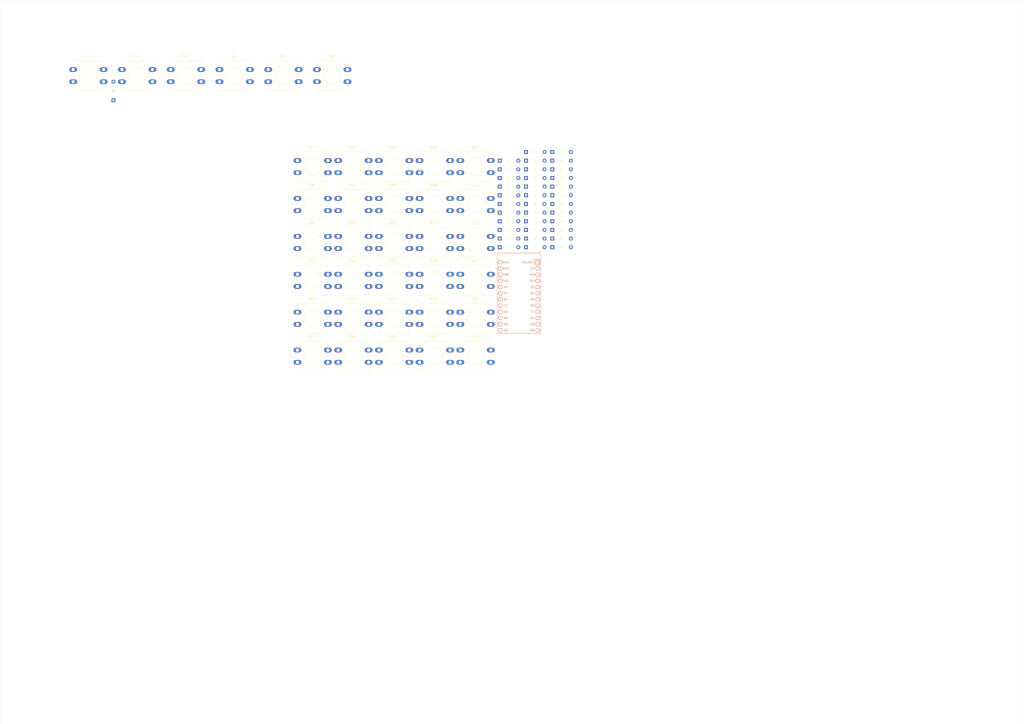
<source format=kicad_pcb>
(kicad_pcb (version 20241229) (generator "pcbnew") (generator_version "9.0")
  (layers (0 "F.Cu" signal) (2 "B.Cu" signal) (13 "F.Paste" user) (15 "B.Paste" user) (5 "F.SilkS" user "F.Silkscreen") (7 "B.SilkS" user "B.Silkscreen") (1 "F.Mask" user) (3 "B.Mask" user) (25 "Edge.Cuts" user))
  (net 0 "")
  (net 1 "Row 0")
  (net 2 "Net-(D1-A)")
  (net 3 "Net-(D2-A)")
  (net 4 "Net-(D3-A)")
  (net 5 "Net-(D4-A)")
  (net 6 "Net-(D5-A)")
  (net 7 "Net-(D6-A)")
  (net 8 "Row 1")
  (net 9 "Net-(D7-A)")
  (net 10 "Net-(D8-A)")
  (net 11 "Net-(D9-A)")
  (net 12 "Net-(D10-A)")
  (net 13 "Net-(D11-A)")
  (net 14 "Net-(D12-A)")
  (net 15 "Row 2")
  (net 16 "Net-(D13-A)")
  (net 17 "Net-(D14-A)")
  (net 18 "Net-(D15-A)")
  (net 19 "Net-(D16-A)")
  (net 20 "Net-(D17-A)")
  (net 21 "Net-(D18-A)")
  (net 22 "Row 3")
  (net 23 "Net-(D19-A)")
  (net 24 "Net-(D20-A)")
  (net 25 "Net-(D21-A)")
  (net 26 "Net-(D22-A)")
  (net 27 "Net-(D23-A)")
  (net 28 "Net-(D24-A)")
  (net 29 "Net-(D25-A)")
  (net 30 "Row 4")
  (net 31 "Net-(D26-A)")
  (net 32 "Net-(D27-A)")
  (net 33 "Net-(D28-A)")
  (net 34 "Net-(D29-A)")
  (net 35 "Net-(D30-A)")
  (net 36 "Net-(D31-A)")
  (net 37 "Row 5")
  (net 38 "Net-(D32-A)")
  (net 39 "Net-(D33-A)")
  (net 40 "Net-(D34-A)")
  (net 41 "Net-(D35-A)")
  (net 42 "Net-(D36-A)")
  (net 43 "Column 0")
  (net 44 "Column 1")
  (net 45 "Column 2")
  (net 46 "Column 3")
  (net 47 "Column 4")
  (net 48 "Column 5")
  (footprint "ScottoKeebs_Components:Diode_DO-35" (layer "F.Cu") (at 319.005 158.875)
    (property "Reference" "D36" (hide yes))
    (property "Value" "Diode" (hide yes))
    (pad "1" thru_hole rect (at 0 0) (size 1.6 1.6) (drill 0.8) (layers "*.Cu" "*.Mask") (net 37 "Row 5"))
    (pad "2" thru_hole oval (at 7.62 0) (size 1.6 1.6) (drill 0.8) (layers "*.Cu" "*.Mask") (net 42 "Net-(D36-A)"))
  )
  (footprint "Button_Switch_THT:SW_PUSH-12mm" (layer "F.Cu") (at 247.89 154.425)
    (property "Reference" "S21" (at 5.83 -5.41 0) (layer "F.SilkS"))
    (property "Value" "Keyswitch")
    (pad "1" thru_hole oval (at 0 0) (size 3.2 1.9) (drill 1.3) (layers "*.Cu" "*.Mask"))
    (pad "1" thru_hole oval (at 12.5 0) (size 3.2 1.9) (drill 1.3) (layers "*.Cu" "*.Mask"))
    (pad "2" thru_hole oval (at 0 5) (size 3.2 1.9) (drill 1.3) (layers "*.Cu" "*.Mask") (net 25 "Net-(D21-A)"))
    (pad "2" thru_hole oval (at 12.5 5) (size 3.2 1.9) (drill 1.3) (layers "*.Cu" "*.Mask") (net 25 "Net-(D21-A)"))
  )
  (footprint "Button_Switch_THT:SW_PUSH-12mm" (layer "F.Cu") (at 264.59 169.975)
    (property "Reference" "S28" (at 5.83 -5.41 0) (layer "F.SilkS"))
    (property "Value" "Keyswitch")
    (pad "1" thru_hole oval (at 0 0) (size 3.2 1.9) (drill 1.3) (layers "*.Cu" "*.Mask") (net 46 "Column 3"))
    (pad "1" thru_hole oval (at 12.5 0) (size 3.2 1.9) (drill 1.3) (layers "*.Cu" "*.Mask") (net 46 "Column 3"))
    (pad "2" thru_hole oval (at 0 5) (size 3.2 1.9) (drill 1.3) (layers "*.Cu" "*.Mask") (net 33 "Net-(D28-A)"))
    (pad "2" thru_hole oval (at 12.5 5) (size 3.2 1.9) (drill 1.3) (layers "*.Cu" "*.Mask") (net 33 "Net-(D28-A)"))
  )
  (footprint "Button_Switch_THT:SW_PUSH-12mm" (layer "F.Cu") (at 264.59 154.425)
    (property "Reference" "S27" (at 5.83 -5.41 0) (layer "F.SilkS"))
    (property "Value" "Keyswitch")
    (pad "1" thru_hole oval (at 0 0) (size 3.2 1.9) (drill 1.3) (layers "*.Cu" "*.Mask"))
    (pad "1" thru_hole oval (at 12.5 0) (size 3.2 1.9) (drill 1.3) (layers "*.Cu" "*.Mask"))
    (pad "2" thru_hole oval (at 0 5) (size 3.2 1.9) (drill 1.3) (layers "*.Cu" "*.Mask") (net 32 "Net-(D27-A)"))
    (pad "2" thru_hole oval (at 12.5 5) (size 3.2 1.9) (drill 1.3) (layers "*.Cu" "*.Mask") (net 32 "Net-(D27-A)"))
  )
  (footprint "ScottoKeebs_Components:Diode_DO-35" (layer "F.Cu") (at 308.235 144.675)
    (property "Reference" "D20" (hide yes))
    (property "Value" "Diode" (hide yes))
    (pad "1" thru_hole rect (at 0 0) (size 1.6 1.6) (drill 0.8) (layers "*.Cu" "*.Mask") (net 22 "Row 3"))
    (pad "2" thru_hole oval (at 7.62 0) (size 1.6 1.6) (drill 0.8) (layers "*.Cu" "*.Mask") (net 24 "Net-(D20-A)"))
  )
  (footprint "ScottoKeebs_Components:Diode_DO-35" (layer "F.Cu") (at 319.005 119.825)
    (property "Reference" "D25" (hide yes))
    (property "Value" "Diode" (hide yes))
    (pad "1" thru_hole rect (at 0 0) (size 1.6 1.6) (drill 0.8) (layers "*.Cu" "*.Mask") (net 30 "Row 4"))
    (pad "2" thru_hole oval (at 7.62 0) (size 1.6 1.6) (drill 0.8) (layers "*.Cu" "*.Mask") (net 29 "Net-(D25-A)"))
  )
  (footprint "ScottoKeebs_Components:Diode_DO-35" (layer "F.Cu") (at 319.005 151.775)
    (property "Reference" "D34" (hide yes))
    (property "Value" "Diode" (hide yes))
    (pad "1" thru_hole rect (at 0 0) (size 1.6 1.6) (drill 0.8) (layers "*.Cu" "*.Mask") (net 37 "Row 5"))
    (pad "2" thru_hole oval (at 7.62 0) (size 1.6 1.6) (drill 0.8) (layers "*.Cu" "*.Mask") (net 40 "Net-(D34-A)"))
  )
  (footprint "Button_Switch_THT:SW_PUSH-12mm" (layer "F.Cu") (at 281.29 154.425)
    (property "Reference" "S33" (at 5.83 -5.41 0) (layer "F.SilkS"))
    (property "Value" "Keyswitch")
    (pad "1" thru_hole oval (at 0 0) (size 3.2 1.9) (drill 1.3) (layers "*.Cu" "*.Mask"))
    (pad "1" thru_hole oval (at 12.5 0) (size 3.2 1.9) (drill 1.3) (layers "*.Cu" "*.Mask"))
    (pad "2" thru_hole oval (at 0 5) (size 3.2 1.9) (drill 1.3) (layers "*.Cu" "*.Mask") (net 39 "Net-(D33-A)"))
    (pad "2" thru_hole oval (at 12.5 5) (size 3.2 1.9) (drill 1.3) (layers "*.Cu" "*.Mask") (net 39 "Net-(D33-A)"))
  )
  (footprint "Button_Switch_THT:SW_PUSH-12mm" (layer "F.Cu") (at 264.59 201.075)
    (property "Reference" "S30" (at 5.83 -5.41 0) (layer "F.SilkS"))
    (property "Value" "Keyswitch")
    (pad "1" thru_hole oval (at 0 0) (size 3.2 1.9) (drill 1.3) (layers "*.Cu" "*.Mask") (net 48 "Column 5"))
    (pad "1" thru_hole oval (at 12.5 0) (size 3.2 1.9) (drill 1.3) (layers "*.Cu" "*.Mask") (net 48 "Column 5"))
    (pad "2" thru_hole oval (at 0 5) (size 3.2 1.9) (drill 1.3) (layers "*.Cu" "*.Mask") (net 35 "Net-(D30-A)"))
    (pad "2" thru_hole oval (at 12.5 5) (size 3.2 1.9) (drill 1.3) (layers "*.Cu" "*.Mask") (net 35 "Net-(D30-A)"))
  )
  (footprint "ScottoKeebs_Components:Diode_DO-35" (layer "F.Cu") (at 319.005 144.675)
    (property "Reference" "D32" (hide yes))
    (property "Value" "Diode" (hide yes))
    (pad "1" thru_hole rect (at 0 0) (size 1.6 1.6) (drill 0.8) (layers "*.Cu" "*.Mask") (net 37 "Row 5"))
    (pad "2" thru_hole oval (at 7.62 0) (size 1.6 1.6) (drill 0.8) (layers "*.Cu" "*.Mask") (net 38 "Net-(D32-A)"))
  )
  (footprint "ScottoKeebs_Components:Diode_DO-35" (layer "F.Cu") (at 308.235 119.825)
    (property "Reference" "D13" (hide yes))
    (property "Value" "Diode" (hide yes))
    (pad "1" thru_hole rect (at 0 0) (size 1.6 1.6) (drill 0.8) (layers "*.Cu" "*.Mask") (net 15 "Row 2"))
    (pad "2" thru_hole oval (at 7.62 0) (size 1.6 1.6) (drill 0.8) (layers "*.Cu" "*.Mask") (net 16 "Net-(D13-A)"))
  )
  (footprint "ScottoKeebs_Components:Diode_DO-35" (layer "F.Cu") (at 297.465 141.125)
    (property "Reference" "D7" (hide yes))
    (property "Value" "Diode" (hide yes))
    (pad "1" thru_hole rect (at 0 0) (size 1.6 1.6) (drill 0.8) (layers "*.Cu" "*.Mask") (net 8 "Row 1"))
    (pad "2" thru_hole oval (at 7.62 0) (size 1.6 1.6) (drill 0.8) (layers "*.Cu" "*.Mask") (net 9 "Net-(D7-A)"))
  )
  (footprint "ScottoKeebs_Components:Diode_DO-35" (layer "F.Cu") (at 308.235 137.575)
    (property "Reference" "D18" (hide yes))
    (property "Value" "Diode" (hide yes))
    (pad "1" thru_hole rect (at 0 0) (size 1.6 1.6) (drill 0.8) (layers "*.Cu" "*.Mask") (net 15 "Row 2"))
    (pad "2" thru_hole oval (at 7.62 0) (size 1.6 1.6) (drill 0.8) (layers "*.Cu" "*.Mask") (net 21 "Net-(D18-A)"))
  )
  (footprint "ScottoKeebs_Components:Diode_DO-35" (layer "F.Cu") (at 297.465 130.475)
    (property "Reference" "D4" (hide yes))
    (property "Value" "Diode" (hide yes))
    (pad "1" thru_hole rect (at 0 0) (size 1.6 1.6) (drill 0.8) (layers "*.Cu" "*.Mask") (net 1 "Row 0"))
    (pad "2" thru_hole oval (at 7.62 0) (size 1.6 1.6) (drill 0.8) (layers "*.Cu" "*.Mask") (net 5 "Net-(D4-A)"))
  )
  (footprint "ScottoKeebs_Components:Diode_DO-35" (layer "F.Cu") (at 297.465 151.775)
    (property "Reference" "D10" (hide yes))
    (property "Value" "Diode" (hide yes))
    (pad "1" thru_hole rect (at 0 0) (size 1.6 1.6) (drill 0.8) (layers "*.Cu" "*.Mask") (net 8 "Row 1"))
    (pad "2" thru_hole oval (at 7.62 0) (size 1.6 1.6) (drill 0.8) (layers "*.Cu" "*.Mask") (net 12 "Net-(D10-A)"))
  )
  (footprint "Button_Switch_THT:SW_PUSH-12mm" (layer "F.Cu") (at 231.19 169.975)
    (property "Reference" "S16" (at 5.83 -5.41 0) (layer "F.SilkS"))
    (property "Value" "Keyswitch")
    (pad "1" thru_hole oval (at 0 0) (size 3.2 1.9) (drill 1.3) (layers "*.Cu" "*.Mask") (net 46 "Column 3"))
    (pad "1" thru_hole oval (at 12.5 0) (size 3.2 1.9) (drill 1.3) (layers "*.Cu" "*.Mask") (net 46 "Column 3"))
    (pad "2" thru_hole oval (at 0 5) (size 3.2 1.9) (drill 1.3) (layers "*.Cu" "*.Mask") (net 19 "Net-(D16-A)"))
    (pad "2" thru_hole oval (at 12.5 5) (size 3.2 1.9) (drill 1.3) (layers "*.Cu" "*.Mask") (net 19 "Net-(D16-A)"))
  )
  (footprint "ScottoKeebs_Components:Diode_DO-35" (layer "F.Cu") (at 297.465 155.325)
    (property "Reference" "D11" (hide yes))
    (property "Value" "Diode" (hide yes))
    (pad "1" thru_hole rect (at 0 0) (size 1.6 1.6) (drill 0.8) (layers "*.Cu" "*.Mask") (net 8 "Row 1"))
    (pad "2" thru_hole oval (at 7.62 0) (size 1.6 1.6) (drill 0.8) (layers "*.Cu" "*.Mask") (net 13 "Net-(D11-A)"))
  )
  (footprint "Button_Switch_THT:SW_PUSH-12mm" (layer "F.Cu") (at 264.59 123.325)
    (property "Reference" "S25" (at 5.83 -5.41 0) (layer "F.SilkS"))
    (property "Value" "Keyswitch")
    (pad "1" thru_hole oval (at 0 0) (size 3.2 1.9) (drill 1.3) (layers "*.Cu" "*.Mask") (net 43 "Column 0"))
    (pad "1" thru_hole oval (at 12.5 0) (size 3.2 1.9) (drill 1.3) (layers "*.Cu" "*.Mask") (net 43 "Column 0"))
    (pad "2" thru_hole oval (at 0 5) (size 3.2 1.9) (drill 1.3) (layers "*.Cu" "*.Mask") (net 29 "Net-(D25-A)"))
    (pad "2" thru_hole oval (at 12.5 5) (size 3.2 1.9) (drill 1.3) (layers "*.Cu" "*.Mask") (net 29 "Net-(D25-A)"))
  )
  (footprint "ScottoKeebs_Components:Diode_DO-35" (layer "F.Cu") (at 308.235 123.375)
    (property "Reference" "D14" (hide yes))
    (property "Value" "Diode" (hide yes))
    (pad "1" thru_hole rect (at 0 0) (size 1.6 1.6) (drill 0.8) (layers "*.Cu" "*.Mask") (net 15 "Row 2"))
    (pad "2" thru_hole oval (at 7.62 0) (size 1.6 1.6) (drill 0.8) (layers "*.Cu" "*.Mask") (net 17 "Net-(D14-A)"))
  )
  (footprint "Button_Switch_THT:SW_PUSH-12mm" (layer "F.Cu") (at 264.59 185.525)
    (property "Reference" "S29" (at 5.83 -5.41 0) (layer "F.SilkS"))
    (property "Value" "Keyswitch")
    (pad "1" thru_hole oval (at 0 0) (size 3.2 1.9) (drill 1.3) (layers "*.Cu" "*.Mask") (net 47 "Column 4"))
    (pad "1" thru_hole oval (at 12.5 0) (size 3.2 1.9) (drill 1.3) (layers "*.Cu" "*.Mask") (net 47 "Column 4"))
    (pad "2" thru_hole oval (at 0 5) (size 3.2 1.9) (drill 1.3) (layers "*.Cu" "*.Mask") (net 34 "Net-(D29-A)"))
    (pad "2" thru_hole oval (at 12.5 5) (size 3.2 1.9) (drill 1.3) (layers "*.Cu" "*.Mask") (net 34 "Net-(D29-A)"))
  )
  (footprint "Button_Switch_THT:SW_PUSH-12mm" (layer "F.Cu") (at 247.89 123.325)
    (property "Reference" "S19" (at 5.83 -5.41 0) (layer "F.SilkS"))
    (property "Value" "Keyswitch")
    (pad "1" thru_hole oval (at 0 0) (size 3.2 1.9) (drill 1.3) (layers "*.Cu" "*.Mask") (net 43 "Column 0"))
    (pad "1" thru_hole oval (at 12.5 0) (size 3.2 1.9) (drill 1.3) (layers "*.Cu" "*.Mask") (net 43 "Column 0"))
    (pad "2" thru_hole oval (at 0 5) (size 3.2 1.9) (drill 1.3) (layers "*.Cu" "*.Mask") (net 23 "Net-(D19-A)"))
    (pad "2" thru_hole oval (at 12.5 5) (size 3.2 1.9) (drill 1.3) (layers "*.Cu" "*.Mask") (net 23 "Net-(D19-A)"))
  )
  (footprint "Button_Switch_THT:SW_PUSH-12mm" (layer "F.Cu") (at 281.29 185.525)
    (property "Reference" "S35" (at 5.83 -5.41 0) (layer "F.SilkS"))
    (property "Value" "Keyswitch")
    (pad "1" thru_hole oval (at 0 0) (size 3.2 1.9) (drill 1.3) (layers "*.Cu" "*.Mask") (net 47 "Column 4"))
    (pad "1" thru_hole oval (at 12.5 0) (size 3.2 1.9) (drill 1.3) (layers "*.Cu" "*.Mask") (net 47 "Column 4"))
    (pad "2" thru_hole oval (at 0 5) (size 3.2 1.9) (drill 1.3) (layers "*.Cu" "*.Mask") (net 41 "Net-(D35-A)"))
    (pad "2" thru_hole oval (at 12.5 5) (size 3.2 1.9) (drill 1.3) (layers "*.Cu" "*.Mask") (net 41 "Net-(D35-A)"))
  )
  (footprint "ScottoKeebs_Components:Diode_DO-35" (layer "F.Cu") (at 319.005 137.575)
    (property "Reference" "D30" (hide yes))
    (property "Value" "Diode" (hide yes))
    (pad "1" thru_hole rect (at 0 0) (size 1.6 1.6) (drill 0.8) (layers "*.Cu" "*.Mask") (net 30 "Row 4"))
    (pad "2" thru_hole oval (at 7.62 0) (size 1.6 1.6) (drill 0.8) (layers "*.Cu" "*.Mask") (net 35 "Net-(D30-A)"))
  )
  (footprint "Button_Switch_THT:SW_PUSH-12mm" (layer "F.Cu") (at 202.5 86)
    (property "Reference" "S5" (at 5.83 -5.41 0) (layer "F.SilkS"))
    (property "Value" "Keyswitch")
    (pad "1" thru_hole oval (at 0 0) (size 3.2 1.9) (drill 1.3) (layers "*.Cu" "*.Mask") (net 47 "Column 4"))
    (pad "1" thru_hole oval (at 12.5 0) (size 3.2 1.9) (drill 1.3) (layers "*.Cu" "*.Mask") (net 47 "Column 4"))
    (pad "2" thru_hole oval (at 0 5) (size 3.2 1.9) (drill 1.3) (layers "*.Cu" "*.Mask") (net 6 "Net-(D5-A)"))
    (pad "2" thru_hole oval (at 12.5 5) (size 3.2 1.9) (drill 1.3) (layers "*.Cu" "*.Mask") (net 6 "Net-(D5-A)"))
  )
  (footprint "Button_Switch_THT:SW_PUSH-12mm" (layer "F.Cu") (at 231.19 185.525)
    (property "Reference" "S17" (at 5.83 -5.41 0) (layer "F.SilkS"))
    (property "Value" "Keyswitch")
    (pad "1" thru_hole oval (at 0 0) (size 3.2 1.9) (drill 1.3) (layers "*.Cu" "*.Mask") (net 47 "Column 4"))
    (pad "1" thru_hole oval (at 12.5 0) (size 3.2 1.9) (drill 1.3) (layers "*.Cu" "*.Mask") (net 47 "Column 4"))
    (pad "2" thru_hole oval (at 0 5) (size 3.2 1.9) (drill 1.3) (layers "*.Cu" "*.Mask") (net 20 "Net-(D17-A)"))
    (pad "2" thru_hole oval (at 12.5 5) (size 3.2 1.9) (drill 1.3) (layers "*.Cu" "*.Mask") (net 20 "Net-(D17-A)"))
  )
  (footprint "ScottoKeebs_Components:Diode_DO-35" (layer "F.Cu") (at 308.235 130.475)
    (property "Reference" "D16" (hide yes))
    (property "Value" "Diode" (hide yes))
    (pad "1" thru_hole rect (at 0 0) (size 1.6 1.6) (drill 0.8) (layers "*.Cu" "*.Mask") (net 15 "Row 2"))
    (pad "2" thru_hole oval (at 7.62 0) (size 1.6 1.6) (drill 0.8) (layers "*.Cu" "*.Mask") (net 19 "Net-(D16-A)"))
  )
  (footprint "Button_Switch_THT:SW_PUSH-12mm" (layer "F.Cu") (at 231.19 138.875)
    (property "Reference" "S14" (at 5.83 -5.41 0) (layer "F.SilkS"))
    (property "Value" "Keyswitch")
    (pad "1" thru_hole oval (at 0 0) (size 3.2 1.9) (drill 1.3) (layers "*.Cu" "*.Mask") (net 44 "Column 1"))
    (pad "1" thru_hole oval (at 12.5 0) (size 3.2 1.9) (drill 1.3) (layers "*.Cu" "*.Mask") (net 44 "Column 1"))
    (pad "2" thru_hole oval (at 0 5) (size 3.2 1.9) (drill 1.3) (layers "*.Cu" "*.Mask") (net 17 "Net-(D14-A)"))
    (pad "2" thru_hole oval (at 12.5 5) (size 3.2 1.9) (drill 1.3) (layers "*.Cu" "*.Mask") (net 17 "Net-(D14-A)"))
  )
  (footprint "ScottoKeebs_Components:Diode_DO-35" (layer "F.Cu") (at 308.235 155.325)
    (property "Reference" "D23" (hide yes))
    (property "Value" "Diode" (hide yes))
    (pad "1" thru_hole rect (at 0 0) (size 1.6 1.6) (drill 0.8) (layers "*.Cu" "*.Mask") (net 22 "Row 3"))
    (pad "2" thru_hole oval (at 7.62 0) (size 1.6 1.6) (drill 0.8) (layers "*.Cu" "*.Mask") (net 27 "Net-(D23-A)"))
  )
  (footprint "ScottoKeebs_Components:Diode_DO-35" (layer "F.Cu") (at 297.465 148.225)
    (property "Reference" "D9" (hide yes))
    (property "Value" "Diode" (hide yes))
    (pad "1" thru_hole rect (at 0 0) (size 1.6 1.6) (drill 0.8) (layers "*.Cu" "*.Mask") (net 8 "Row 1"))
    (pad "2" thru_hole oval (at 7.62 0) (size 1.6 1.6) (drill 0.8) (layers "*.Cu" "*.Mask") (net 11 "Net-(D9-A)"))
  )
  (footprint "ScottoKeebs_Components:Diode_DO-35" (layer "F.Cu") (at 297.465 134.025)
    (property "Reference" "D5" (hide yes))
    (property "Value" "Diode" (hide yes))
    (pad "1" thru_hole rect (at 0 0) (size 1.6 1.6) (drill 0.8) (layers "*.Cu" "*.Mask") (net 1 "Row 0"))
    (pad "2" thru_hole oval (at 7.62 0) (size 1.6 1.6) (drill 0.8) (layers "*.Cu" "*.Mask") (net 6 "Net-(D5-A)"))
  )
  (footprint "Button_Switch_THT:SW_PUSH-12mm" (layer "F.Cu") (at 162.5 86)
    (property "Reference" "S3" (at 5.83 -5.41 0) (layer "F.SilkS"))
    (property "Value" "Keyswitch")
    (pad "1" thru_hole oval (at 0 0) (size 3.2 1.9) (drill 1.3) (layers "*.Cu" "*.Mask") (net 45 "Column 2"))
    (pad "1" thru_hole oval (at 12.5 0) (size 3.2 1.9) (drill 1.3) (layers "*.Cu" "*.Mask") (net 45 "Column 2"))
    (pad "2" thru_hole oval (at 0 5) (size 3.2 1.9) (drill 1.3) (layers "*.Cu" "*.Mask") (net 4 "Net-(D3-A)"))
    (pad "2" thru_hole oval (at 12.5 5) (size 3.2 1.9) (drill 1.3) (layers "*.Cu" "*.Mask") (net 4 "Net-(D3-A)"))
  )
  (footprint "Button_Switch_THT:SW_PUSH-12mm" (layer "F.Cu") (at 222.5 86)
    (property "Reference" "S6" (at 5.83 -5.41 0) (layer "F.SilkS"))
    (property "Value" "Keyswitch")
    (pad "1" thru_hole oval (at 0 0) (size 3.2 1.9) (drill 1.3) (layers "*.Cu" "*.Mask") (net 48 "Column 5"))
    (pad "1" thru_hole oval (at 12.5 0) (size 3.2 1.9) (drill 1.3) (layers "*.Cu" "*.Mask") (net 48 "Column 5"))
    (pad "2" thru_hole oval (at 0 5) (size 3.2 1.9) (drill 1.3) (layers "*.Cu" "*.Mask") (net 7 "Net-(D6-A)"))
    (pad "2" thru_hole oval (at 12.5 5) (size 3.2 1.9) (drill 1.3) (layers "*.Cu" "*.Mask") (net 7 "Net-(D6-A)"))
  )
  (footprint "Button_Switch_THT:SW_PUSH-12mm" (layer "F.Cu") (at 214.49 138.875)
    (property "Reference" "S8" (at 5.83 -5.41 0) (layer "F.SilkS"))
    (property "Value" "Keyswitch")
    (pad "1" thru_hole oval (at 0 0) (size 3.2 1.9) (drill 1.3) (layers "*.Cu" "*.Mask") (net 44 "Column 1"))
    (pad "1" thru_hole oval (at 12.5 0) (size 3.2 1.9) (drill 1.3) (layers "*.Cu" "*.Mask") (net 44 "Column 1"))
    (pad "2" thru_hole oval (at 0 5) (size 3.2 1.9) (drill 1.3) (layers "*.Cu" "*.Mask") (net 10 "Net-(D8-A)"))
    (pad "2" thru_hole oval (at 12.5 5) (size 3.2 1.9) (drill 1.3) (layers "*.Cu" "*.Mask") (net 10 "Net-(D8-A)"))
  )
  (footprint "ScottoKeebs_Components:Diode_DO-35" (layer "F.Cu") (at 319.005 141.125)
    (property "Reference" "D31" (hide yes))
    (property "Value" "Diode" (hide yes))
    (pad "1" thru_hole rect (at 0 0) (size 1.6 1.6) (drill 0.8) (layers "*.Cu" "*.Mask") (net 37 "Row 5"))
    (pad "2" thru_hole oval (at 7.62 0) (size 1.6 1.6) (drill 0.8) (layers "*.Cu" "*.Mask") (net 36 "Net-(D31-A)"))
  )
  (footprint "Button_Switch_THT:SW_PUSH-12mm" (layer "F.Cu") (at 142.5 86)
    (property "Reference" "S2" (at 5.83 -5.41 0) (layer "F.SilkS"))
    (property "Value" "Keyswitch")
    (pad "1" thru_hole oval (at 0 0) (size 3.2 1.9) (drill 1.3) (layers "*.Cu" "*.Mask") (net 44 "Column 1"))
    (pad "1" thru_hole oval (at 12.5 0) (size 3.2 1.9) (drill 1.3) (layers "*.Cu" "*.Mask") (net 44 "Column 1"))
    (pad "2" thru_hole oval (at 0 5) (size 3.2 1.9) (drill 1.3) (layers "*.Cu" "*.Mask") (net 3 "Net-(D2-A)"))
    (pad "2" thru_hole oval (at 12.5 5) (size 3.2 1.9) (drill 1.3) (layers "*.Cu" "*.Mask") (net 3 "Net-(D2-A)"))
  )
  (footprint "Button_Switch_THT:SW_PUSH-12mm" (layer "F.Cu") (at 281.29 138.875)
    (property "Reference" "S32" (at 5.83 -5.41 0) (layer "F.SilkS"))
    (property "Value" "Keyswitch")
    (pad "1" thru_hole oval (at 0 0) (size 3.2 1.9) (drill 1.3) (layers "*.Cu" "*.Mask") (net 44 "Column 1"))
    (pad "1" thru_hole oval (at 12.5 0) (size 3.2 1.9) (drill 1.3) (layers "*.Cu" "*.Mask") (net 44 "Column 1"))
    (pad "2" thru_hole oval (at 0 5) (size 3.2 1.9) (drill 1.3) (layers "*.Cu" "*.Mask") (net 38 "Net-(D32-A)"))
    (pad "2" thru_hole oval (at 12.5 5) (size 3.2 1.9) (drill 1.3) (layers "*.Cu" "*.Mask") (net 38 "Net-(D32-A)"))
  )
  (footprint "ScottoKeebs_Components:Diode_DO-35" (layer "F.Cu") (at 308.235 158.875)
    (property "Reference" "D24" (hide yes))
    (property "Value" "Diode" (hide yes))
    (pad "1" thru_hole rect (at 0 0) (size 1.6 1.6) (drill 0.8) (layers "*.Cu" "*.Mask") (net 22 "Row 3"))
    (pad "2" thru_hole oval (at 7.62 0) (size 1.6 1.6) (drill 0.8) (layers "*.Cu" "*.Mask") (net 28 "Net-(D24-A)"))
  )
  (footprint "Button_Switch_THT:SW_PUSH-12mm" (layer "F.Cu") (at 247.89 138.875)
    (property "Reference" "S20" (at 5.83 -5.41 0) (layer "F.SilkS"))
    (property "Value" "Keyswitch")
    (pad "1" thru_hole oval (at 0 0) (size 3.2 1.9) (drill 1.3) (layers "*.Cu" "*.Mask") (net 44 "Column 1"))
    (pad "1" thru_hole oval (at 12.5 0) (size 3.2 1.9) (drill 1.3) (layers "*.Cu" "*.Mask") (net 44 "Column 1"))
    (pad "2" thru_hole oval (at 0 5) (size 3.2 1.9) (drill 1.3) (layers "*.Cu" "*.Mask") (net 24 "Net-(D20-A)"))
    (pad "2" thru_hole oval (at 12.5 5) (size 3.2 1.9) (drill 1.3) (layers "*.Cu" "*.Mask") (net 24 "Net-(D20-A)"))
  )
  (footprint "ScottoKeebs_Components:Diode_DO-35" (layer "F.Cu") (at 297.465 137.575)
    (property "Reference" "D6" (hide yes))
    (property "Value" "Diode" (hide yes))
    (pad "1" thru_hole rect (at 0 0) (size 1.6 1.6) (drill 0.8) (layers "*.Cu" "*.Mask") (net 1 "Row 0"))
    (pad "2" thru_hole oval (at 7.62 0) (size 1.6 1.6) (drill 0.8) (layers "*.Cu" "*.Mask") (net 7 "Net-(D6-A)"))
  )
  (footprint "Button_Switch_THT:SW_PUSH-12mm" (layer "F.Cu") (at 231.19 154.425)
    (property "Reference" "S15" (at 5.83 -5.41 0) (layer "F.SilkS"))
    (property "Value" "Keyswitch")
    (pad "1" thru_hole oval (at 0 0) (size 3.2 1.9) (drill 1.3) (layers "*.Cu" "*.Mask"))
    (pad "1" thru_hole oval (at 12.5 0) (size 3.2 1.9) (drill 1.3) (layers "*.Cu" "*.Mask"))
    (pad "2" thru_hole oval (at 0 5) (size 3.2 1.9) (drill 1.3) (layers "*.Cu" "*.Mask") (net 18 "Net-(D15-A)"))
    (pad "2" thru_hole oval (at 12.5 5) (size 3.2 1.9) (drill 1.3) (layers "*.Cu" "*.Mask") (net 18 "Net-(D15-A)"))
  )
  (footprint "ScottoKeebs_Components:Diode_DO-35" (layer "F.Cu") (at 308.235 141.125)
    (property "Reference" "D19" (hide yes))
    (property "Value" "Diode" (hide yes))
    (pad "1" thru_hole rect (at 0 0) (size 1.6 1.6) (drill 0.8) (layers "*.Cu" "*.Mask") (net 22 "Row 3"))
    (pad "2" thru_hole oval (at 7.62 0) (size 1.6 1.6) (drill 0.8) (layers "*.Cu" "*.Mask") (net 23 "Net-(D19-A)"))
  )
  (footprint "Button_Switch_THT:SW_PUSH-12mm" (layer "F.Cu") (at 214.49 123.325)
    (property "Reference" "S7" (at 5.83 -5.41 0) (layer "F.SilkS"))
    (property "Value" "Keyswitch")
    (pad "1" thru_hole oval (at 0 0) (size 3.2 1.9) (drill 1.3) (layers "*.Cu" "*.Mask") (net 43 "Column 0"))
    (pad "1" thru_hole oval (at 12.5 0) (size 3.2 1.9) (drill 1.3) (layers "*.Cu" "*.Mask") (net 43 "Column 0"))
    (pad "2" thru_hole oval (at 0 5) (size 3.2 1.9) (drill 1.3) (layers "*.Cu" "*.Mask") (net 9 "Net-(D7-A)"))
    (pad "2" thru_hole oval (at 12.5 5) (size 3.2 1.9) (drill 1.3) (layers "*.Cu" "*.Mask") (net 9 "Net-(D7-A)"))
  )
  (footprint "ScottoKeebs_Components:Diode_DO-35" (layer "F.Cu") (at 319.005 148.225)
    (property "Reference" "D33" (hide yes))
    (property "Value" "Diode" (hide yes))
    (pad "1" thru_hole rect (at 0 0) (size 1.6 1.6) (drill 0.8) (layers "*.Cu" "*.Mask") (net 37 "Row 5"))
    (pad "2" thru_hole oval (at 7.62 0) (size 1.6 1.6) (drill 0.8) (layers "*.Cu" "*.Mask") (net 39 "Net-(D33-A)"))
  )
  (footprint "ScottoKeebs_Components:Diode_DO-35" (layer "F.Cu") (at 319.005 155.325)
    (property "Reference" "D35" (hide yes))
    (property "Value" "Diode" (hide yes))
    (pad "1" thru_hole rect (at 0 0) (size 1.6 1.6) (drill 0.8) (layers "*.Cu" "*.Mask") (net 37 "Row 5"))
    (pad "2" thru_hole oval (at 7.62 0) (size 1.6 1.6) (drill 0.8) (layers "*.Cu" "*.Mask") (net 41 "Net-(D35-A)"))
  )
  (footprint "ScottoKeebs_Components:Diode_DO-35" (layer "F.Cu") (at 319.005 130.475)
    (property "Reference" "D28" (hide yes))
    (property "Value" "Diode" (hide yes))
    (pad "1" thru_hole rect (at 0 0) (size 1.6 1.6) (drill 0.8) (layers "*.Cu" "*.Mask") (net 30 "Row 4"))
    (pad "2" thru_hole oval (at 7.62 0) (size 1.6 1.6) (drill 0.8) (layers "*.Cu" "*.Mask") (net 33 "Net-(D28-A)"))
  )
  (footprint "Button_Switch_THT:SW_PUSH-12mm" (layer "F.Cu") (at 122.5 86)
    (property "Reference" "S1" (at 5.83 -5.41 0) (layer "F.SilkS"))
    (property "Value" "Keyswitch")
    (pad "1" thru_hole oval (at 0 0) (size 3.2 1.9) (drill 1.3) (layers "*.Cu" "*.Mask") (net 43 "Column 0"))
    (pad "1" thru_hole oval (at 12.5 0) (size 3.2 1.9) (drill 1.3) (layers "*.Cu" "*.Mask") (net 43 "Column 0"))
    (pad "2" thru_hole oval (at 0 5) (size 3.2 1.9) (drill 1.3) (layers "*.Cu" "*.Mask") (net 2 "Net-(D1-A)"))
    (pad "2" thru_hole oval (at 12.5 5) (size 3.2 1.9) (drill 1.3) (layers "*.Cu" "*.Mask") (net 2 "Net-(D1-A)"))
  )
  (footprint "ScottoKeebs_Components:Diode_DO-35" (layer "F.Cu") (at 297.465 144.675)
    (property "Reference" "D8" (hide yes))
    (property "Value" "Diode" (hide yes))
    (pad "1" thru_hole rect (at 0 0) (size 1.6 1.6) (drill 0.8) (layers "*.Cu" "*.Mask") (net 8 "Row 1"))
    (pad "2" thru_hole oval (at 7.62 0) (size 1.6 1.6) (drill 0.8) (layers "*.Cu" "*.Mask") (net 10 "Net-(D8-A)"))
  )
  (footprint "Button_Switch_THT:SW_PUSH-12mm" (layer "F.Cu") (at 247.89 185.525)
    (property "Reference" "S23" (at 5.83 -5.41 0) (layer "F.SilkS"))
    (property "Value" "Keyswitch")
    (pad "1" thru_hole oval (at 0 0) (size 3.2 1.9) (drill 1.3) (layers "*.Cu" "*.Mask") (net 47 "Column 4"))
    (pad "1" thru_hole oval (at 12.5 0) (size 3.2 1.9) (drill 1.3) (layers "*.Cu" "*.Mask") (net 47 "Column 4"))
    (pad "2" thru_hole oval (at 0 5) (size 3.2 1.9) (drill 1.3) (layers "*.Cu" "*.Mask") (net 27 "Net-(D23-A)"))
    (pad "2" thru_hole oval (at 12.5 5) (size 3.2 1.9) (drill 1.3) (layers "*.Cu" "*.Mask") (net 27 "Net-(D23-A)"))
  )
  (footprint "ScottoKeebs_Components:Diode_DO-35" (layer "F.Cu") (at 308.235 134.025)
    (property "Reference" "D17" (hide yes))
    (property "Value" "Diode" (hide yes))
    (pad "1" thru_hole rect (at 0 0) (size 1.6 1.6) (drill 0.8) (layers "*.Cu" "*.Mask") (net 15 "Row 2"))
    (pad "2" thru_hole oval (at 7.62 0) (size 1.6 1.6) (drill 0.8) (layers "*.Cu" "*.Mask") (net 20 "Net-(D17-A)"))
  )
  (footprint "Button_Switch_THT:SW_PUSH-12mm" (layer "F.Cu") (at 214.49 201.075)
    (property "Reference" "S12" (at 5.83 -5.41 0) (layer "F.SilkS"))
    (property "Value" "Keyswitch")
    (pad "1" thru_hole oval (at 0 0) (size 3.2 1.9) (drill 1.3) (layers "*.Cu" "*.Mask") (net 48 "Column 5"))
    (pad "1" thru_hole oval (at 12.5 0) (size 3.2 1.9) (drill 1.3) (layers "*.Cu" "*.Mask") (net 48 "Column 5"))
    (pad "2" thru_hole oval (at 0 5) (size 3.2 1.9) (drill 1.3) (layers "*.Cu" "*.Mask") (net 14 "Net-(D12-A)"))
    (pad "2" thru_hole oval (at 12.5 5) (size 3.2 1.9) (drill 1.3) (layers "*.Cu" "*.Mask") (net 14 "Net-(D12-A)"))
  )
  (footprint "Button_Switch_THT:SW_PUSH-12mm" (layer "F.Cu") (at 247.89 201.075)
    (property "Reference" "S24" (at 5.83 -5.41 0) (layer "F.SilkS"))
    (property "Value" "Keyswitch")
    (pad "1" thru_hole oval (at 0 0) (size 3.2 1.9) (drill 1.3) (layers "*.Cu" "*.Mask") (net 48 "Column 5"))
    (pad "1" thru_hole oval (at 12.5 0) (size 3.2 1.9) (drill 1.3) (layers "*.Cu" "*.Mask") (net 48 "Column 5"))
    (pad "2" thru_hole oval (at 0 5) (size 3.2 1.9) (drill 1.3) (layers "*.Cu" "*.Mask") (net 28 "Net-(D24-A)"))
    (pad "2" thru_hole oval (at 12.5 5) (size 3.2 1.9) (drill 1.3) (layers "*.Cu" "*.Mask") (net 28 "Net-(D24-A)"))
  )
  (footprint "ScottoKeebs_Components:Diode_DO-35" (layer "F.Cu") (at 319.005 134.025)
    (property "Reference" "D29" (hide yes))
    (property "Value" "Diode" (hide yes))
    (pad "1" thru_hole rect (at 0 0) (size 1.6 1.6) (drill 0.8) (layers "*.Cu" "*.Mask") (net 30 "Row 4"))
    (pad "2" thru_hole oval (at 7.62 0) (size 1.6 1.6) (drill 0.8) (layers "*.Cu" "*.Mask") (net 34 "Net-(D29-A)"))
  )
  (footprint "ScottoKeebs_Components:Diode_DO-35" (layer "F.Cu") (at 308.235 126.925)
    (property "Reference" "D15" (hide yes))
    (property "Value" "Diode" (hide yes))
    (pad "1" thru_hole rect (at 0 0) (size 1.6 1.6) (drill 0.8) (layers "*.Cu" "*.Mask") (net 15 "Row 2"))
    (pad "2" thru_hole oval (at 7.62 0) (size 1.6 1.6) (drill 0.8) (layers "*.Cu" "*.Mask") (net 18 "Net-(D15-A)"))
  )
  (footprint "Button_Switch_THT:SW_PUSH-12mm" (layer "F.Cu") (at 214.49 154.425)
    (property "Reference" "S9" (at 5.83 -5.41 0) (layer "F.SilkS"))
    (property "Value" "Keyswitch")
    (pad "1" thru_hole oval (at 0 0) (size 3.2 1.9) (drill 1.3) (layers "*.Cu" "*.Mask"))
    (pad "1" thru_hole oval (at 12.5 0) (size 3.2 1.9) (drill 1.3) (layers "*.Cu" "*.Mask"))
    (pad "2" thru_hole oval (at 0 5) (size 3.2 1.9) (drill 1.3) (layers "*.Cu" "*.Mask") (net 11 "Net-(D9-A)"))
    (pad "2" thru_hole oval (at 12.5 5) (size 3.2 1.9) (drill 1.3) (layers "*.Cu" "*.Mask") (net 11 "Net-(D9-A)"))
  )
  (footprint "Button_Switch_THT:SW_PUSH-12mm" (layer "F.Cu") (at 214.49 185.525)
    (property "Reference" "S11" (at 5.83 -5.41 0) (layer "F.SilkS"))
    (property "Value" "Keyswitch")
    (pad "1" thru_hole oval (at 0 0) (size 3.2 1.9) (drill 1.3) (layers "*.Cu" "*.Mask") (net 47 "Column 4"))
    (pad "1" thru_hole oval (at 12.5 0) (size 3.2 1.9) (drill 1.3) (layers "*.Cu" "*.Mask") (net 47 "Column 4"))
    (pad "2" thru_hole oval (at 0 5) (size 3.2 1.9) (drill 1.3) (layers "*.Cu" "*.Mask") (net 13 "Net-(D11-A)"))
    (pad "2" thru_hole oval (at 12.5 5) (size 3.2 1.9) (drill 1.3) (layers "*.Cu" "*.Mask") (net 13 "Net-(D11-A)"))
  )
  (footprint "Button_Switch_THT:SW_PUSH-12mm" (layer "F.Cu") (at 214.49 169.975)
    (property "Reference" "S10" (at 5.83 -5.41 0) (layer "F.SilkS"))
    (property "Value" "Keyswitch")
    (pad "1" thru_hole oval (at 0 0) (size 3.2 1.9) (drill 1.3) (layers "*.Cu" "*.Mask") (net 46 "Column 3"))
    (pad "1" thru_hole oval (at 12.5 0) (size 3.2 1.9) (drill 1.3) (layers "*.Cu" "*.Mask") (net 46 "Column 3"))
    (pad "2" thru_hole oval (at 0 5) (size 3.2 1.9) (drill 1.3) (layers "*.Cu" "*.Mask") (net 12 "Net-(D10-A)"))
    (pad "2" thru_hole oval (at 12.5 5) (size 3.2 1.9) (drill 1.3) (layers "*.Cu" "*.Mask") (net 12 "Net-(D10-A)"))
  )
  (footprint "Button_Switch_THT:SW_PUSH-12mm" (layer "F.Cu") (at 182.5 86)
    (property "Reference" "S4" (at 5.83 -5.41 0) (layer "F.SilkS"))
    (property "Value" "Keyswitch")
    (pad "1" thru_hole oval (at 0 0) (size 3.2 1.9) (drill 1.3) (layers "*.Cu" "*.Mask") (net 46 "Column 3"))
    (pad "1" thru_hole oval (at 12.5 0) (size 3.2 1.9) (drill 1.3) (layers "*.Cu" "*.Mask") (net 46 "Column 3"))
    (pad "2" thru_hole oval (at 0 5) (size 3.2 1.9) (drill 1.3) (layers "*.Cu" "*.Mask") (net 5 "Net-(D4-A)"))
    (pad "2" thru_hole oval (at 12.5 5) (size 3.2 1.9) (drill 1.3) (layers "*.Cu" "*.Mask") (net 5 "Net-(D4-A)"))
  )
  (footprint "ScottoKeebs_Components:Diode_DO-35" (layer "F.Cu") (at 297.465 158.875)
    (property "Reference" "D12" (hide yes))
    (property "Value" "Diode" (hide yes))
    (pad "1" thru_hole rect (at 0 0) (size 1.6 1.6) (drill 0.8) (layers "*.Cu" "*.Mask") (net 8 "Row 1"))
    (pad "2" thru_hole oval (at 7.62 0) (size 1.6 1.6) (drill 0.8) (layers "*.Cu" "*.Mask") (net 14 "Net-(D12-A)"))
  )
  (footprint "ScottoKeebs_Components:Diode_DO-35" (layer "F.Cu") (at 319.005 123.375)
    (property "Reference" "D26" (hide yes))
    (property "Value" "Diode" (hide yes))
    (pad "1" thru_hole rect (at 0 0) (size 1.6 1.6) (drill 0.8) (layers "*.Cu" "*.Mask") (net 30 "Row 4"))
    (pad "2" thru_hole oval (at 7.62 0) (size 1.6 1.6) (drill 0.8) (layers "*.Cu" "*.Mask") (net 31 "Net-(D26-A)"))
  )
  (footprint "Button_Switch_THT:SW_PUSH-12mm" (layer "F.Cu") (at 264.59 138.875)
    (property "Reference" "S26" (at 5.83 -5.41 0) (layer "F.SilkS"))
    (property "Value" "Keyswitch")
    (pad "1" thru_hole oval (at 0 0) (size 3.2 1.9) (drill 1.3) (layers "*.Cu" "*.Mask") (net 44 "Column 1"))
    (pad "1" thru_hole oval (at 12.5 0) (size 3.2 1.9) (drill 1.3) (layers "*.Cu" "*.Mask") (net 44 "Column 1"))
    (pad "2" thru_hole oval (at 0 5) (size 3.2 1.9) (drill 1.3) (layers "*.Cu" "*.Mask") (net 31 "Net-(D26-A)"))
    (pad "2" thru_hole oval (at 12.5 5) (size 3.2 1.9) (drill 1.3) (layers "*.Cu" "*.Mask") (net 31 "Net-(D26-A)"))
  )
  (footprint "ScottoKeebs_Components:Diode_DO-35" (layer "F.Cu") (at 308.235 151.775)
    (property "Reference" "D22" (hide yes))
    (property "Value" "Diode" (hide yes))
    (pad "1" thru_hole rect (at 0 0) (size 1.6 1.6) (drill 0.8) (layers "*.Cu" "*.Mask") (net 22 "Row 3"))
    (pad "2" thru_hole oval (at 7.62 0) (size 1.6 1.6) (drill 0.8) (layers "*.Cu" "*.Mask") (net 26 "Net-(D22-A)"))
  )
  (footprint "ScottoKeebs_Components:Diode_DO-35" (layer "F.Cu") (at 297.465 123.375)
    (property "Reference" "D2" (hide yes))
    (property "Value" "Diode" (hide yes))
    (pad "1" thru_hole rect (at 0 0) (size 1.6 1.6) (drill 0.8) (layers "*.Cu" "*.Mask") (net 1 "Row 0"))
    (pad "2" thru_hole oval (at 7.62 0) (size 1.6 1.6) (drill 0.8) (layers "*.Cu" "*.Mask") (net 3 "Net-(D2-A)"))
  )
  (footprint "Button_Switch_THT:SW_PUSH-12mm" (layer "F.Cu") (at 247.89 169.975)
    (property "Reference" "S22" (at 5.83 -5.41 0) (layer "F.SilkS"))
    (property "Value" "Keyswitch")
    (pad "1" thru_hole oval (at 0 0) (size 3.2 1.9) (drill 1.3) (layers "*.Cu" "*.Mask") (net 46 "Column 3"))
    (pad "1" thru_hole oval (at 12.5 0) (size 3.2 1.9) (drill 1.3) (layers "*.Cu" "*.Mask") (net 46 "Column 3"))
    (pad "2" thru_hole oval (at 0 5) (size 3.2 1.9) (drill 1.3) (layers "*.Cu" "*.Mask") (net 26 "Net-(D22-A)"))
    (pad "2" thru_hole oval (at 12.5 5) (size 3.2 1.9) (drill 1.3) (layers "*.Cu" "*.Mask") (net 26 "Net-(D22-A)"))
  )
  (footprint "ScottoKeebs_Components:Diode_DO-35" (layer "F.Cu") (at 308.235 148.225)
    (property "Reference" "D21" (hide yes))
    (property "Value" "Diode" (hide yes))
    (pad "1" thru_hole rect (at 0 0) (size 1.6 1.6) (drill 0.8) (layers "*.Cu" "*.Mask") (net 22 "Row 3"))
    (pad "2" thru_hole oval (at 7.62 0) (size 1.6 1.6) (drill 0.8) (layers "*.Cu" "*.Mask") (net 25 "Net-(D21-A)"))
  )
  (footprint "Button_Switch_THT:SW_PUSH-12mm" (layer "F.Cu") (at 281.29 169.975)
    (property "Reference" "S34" (at 5.83 -5.41 0) (layer "F.SilkS"))
    (property "Value" "Keyswitch")
    (pad "1" thru_hole oval (at 0 0) (size 3.2 1.9) (drill 1.3) (layers "*.Cu" "*.Mask") (net 46 "Column 3"))
    (pad "1" thru_hole oval (at 12.5 0) (size 3.2 1.9) (drill 1.3) (layers "*.Cu" "*.Mask") (net 46 "Column 3"))
    (pad "2" thru_hole oval (at 0 5) (size 3.2 1.9) (drill 1.3) (layers "*.Cu" "*.Mask") (net 40 "Net-(D34-A)"))
    (pad "2" thru_hole oval (at 12.5 5) (size 3.2 1.9) (drill 1.3) (layers "*.Cu" "*.Mask") (net 40 "Net-(D34-A)"))
  )
  (footprint "Button_Switch_THT:SW_PUSH-12mm" (layer "F.Cu") (at 231.19 123.325)
    (property "Reference" "S13" (at 5.83 -5.41 0) (layer "F.SilkS"))
    (property "Value" "Keyswitch")
    (pad "1" thru_hole oval (at 0 0) (size 3.2 1.9) (drill 1.3) (layers "*.Cu" "*.Mask") (net 43 "Column 0"))
    (pad "1" thru_hole oval (at 12.5 0) (size 3.2 1.9) (drill 1.3) (layers "*.Cu" "*.Mask") (net 43 "Column 0"))
    (pad "2" thru_hole oval (at 0 5) (size 3.2 1.9) (drill 1.3) (layers "*.Cu" "*.Mask") (net 16 "Net-(D13-A)"))
    (pad "2" thru_hole oval (at 12.5 5) (size 3.2 1.9) (drill 1.3) (layers "*.Cu" "*.Mask") (net 16 "Net-(D13-A)"))
  )
  (footprint "Button_Switch_THT:SW_PUSH-12mm" (layer "F.Cu") (at 231.19 201.075)
    (property "Reference" "S18" (at 5.83 -5.41 0) (layer "F.SilkS"))
    (property "Value" "Keyswitch")
    (pad "1" thru_hole oval (at 0 0) (size 3.2 1.9) (drill 1.3) (layers "*.Cu" "*.Mask") (net 48 "Column 5"))
    (pad "1" thru_hole oval (at 12.5 0) (size 3.2 1.9) (drill 1.3) (layers "*.Cu" "*.Mask") (net 48 "Column 5"))
    (pad "2" thru_hole oval (at 0 5) (size 3.2 1.9) (drill 1.3) (layers "*.Cu" "*.Mask") (net 21 "Net-(D18-A)"))
    (pad "2" thru_hole oval (at 12.5 5) (size 3.2 1.9) (drill 1.3) (layers "*.Cu" "*.Mask") (net 21 "Net-(D18-A)"))
  )
  (footprint "ScottoKeebs_Components:Diode_DO-35" (layer "F.Cu") (at 297.465 126.925)
    (property "Reference" "D3" (hide yes))
    (property "Value" "Diode" (hide yes))
    (pad "1" thru_hole rect (at 0 0) (size 1.6 1.6) (drill 0.8) (layers "*.Cu" "*.Mask") (net 1 "Row 0"))
    (pad "2" thru_hole oval (at 7.62 0) (size 1.6 1.6) (drill 0.8) (layers "*.Cu" "*.Mask") (net 4 "Net-(D3-A)"))
  )
  (footprint "Button_Switch_THT:SW_PUSH-12mm" (layer "F.Cu") (at 281.29 123.325)
    (property "Reference" "S31" (at 5.83 -5.41 0) (layer "F.SilkS"))
    (property "Value" "Keyswitch")
    (pad "1" thru_hole oval (at 0 0) (size 3.2 1.9) (drill 1.3) (layers "*.Cu" "*.Mask") (net 43 "Column 0"))
    (pad "1" thru_hole oval (at 12.5 0) (size 3.2 1.9) (drill 1.3) (layers "*.Cu" "*.Mask") (net 43 "Column 0"))
    (pad "2" thru_hole oval (at 0 5) (size 3.2 1.9) (drill 1.3) (layers "*.Cu" "*.Mask") (net 36 "Net-(D31-A)"))
    (pad "2" thru_hole oval (at 12.5 5) (size 3.2 1.9) (drill 1.3) (layers "*.Cu" "*.Mask") (net 36 "Net-(D31-A)"))
  )
  (footprint "ScottoKeebs_Components:Diode_DO-35" (layer "F.Cu") (at 319.005 126.925)
    (property "Reference" "D27" (hide yes))
    (property "Value" "Diode" (hide yes))
    (pad "1" thru_hole rect (at 0 0) (size 1.6 1.6) (drill 0.8) (layers "*.Cu" "*.Mask") (net 30 "Row 4"))
    (pad "2" thru_hole oval (at 7.62 0) (size 1.6 1.6) (drill 0.8) (layers "*.Cu" "*.Mask") (net 32 "Net-(D27-A)"))
  )
  (footprint "Button_Switch_THT:SW_PUSH-12mm" (layer "F.Cu") (at 281.29 201.075)
    (property "Reference" "S36" (at 5.83 -5.41 0) (layer "F.SilkS"))
    (property "Value" "Keyswitch")
    (pad "1" thru_hole oval (at 0 0) (size 3.2 1.9) (drill 1.3) (layers "*.Cu" "*.Mask") (net 48 "Column 5"))
    (pad "1" thru_hole oval (at 12.5 0) (size 3.2 1.9) (drill 1.3) (layers "*.Cu" "*.Mask") (net 48 "Column 5"))
    (pad "2" thru_hole oval (at 0 5) (size 3.2 1.9) (drill 1.3) (layers "*.Cu" "*.Mask") (net 42 "Net-(D36-A)"))
    (pad "2" thru_hole oval (at 12.5 5) (size 3.2 1.9) (drill 1.3) (layers "*.Cu" "*.Mask") (net 42 "Net-(D36-A)"))
  )
  (footprint "ScottoKeebs_Components:Diode_DO-35" (layer "B.Cu") (at 139 98.62 90)
    (property "Reference" "D1" (hide yes))
    (property "Value" "Diode" (hide yes))
    (pad "1" thru_hole rect (at 0 0 90) (size 1.6 1.6) (drill 0.8) (layers "*.Cu" "*.Mask") (net 1 "Row 0"))
    (pad "2" thru_hole oval (at 7.62 0 90) (size 1.6 1.6) (drill 0.8) (layers "*.Cu" "*.Mask") (net 2 "Net-(D1-A)"))
  )
  (footprint "ScottoKeebs_MCU:Arduino_Pro_Micro" (layer "B.Cu") (at 305.38 179.03 180)
    (property "Reference" "U1" (hide yes))
    (property "Value" "Arduino_Pro_Micro" (hide yes))
    (fp_text user "D4" (at -5.461 -1.27 0) (layer "F.SilkS") (effects (font (size 0.8 0.8))))
    (fp_text user "B6" (at 5.461 -13.97 0) (layer "F.SilkS") (effects (font (size 0.8 0.8))))
    (fp_text user "B5" (at -5.461 -13.97 0) (layer "F.SilkS") (effects (font (size 0.8 0.8))))
    (fp_text user "F5" (at 5.461 1.27 0) (layer "F.SilkS") (effects (font (size 0.8 0.8))))
    (fp_text user "B1" (at 5.461 -6.35 0) (layer "F.SilkS") (effects (font (size 0.8 0.8))))
    (fp_text user "B4" (at -5.461 -11.43 0) (layer "F.SilkS") (effects (font (size 0.8 0.8))))
    (fp_text user "F4" (at 5.461 3.81 0) (layer "F.SilkS") (effects (font (size 0.8 0.8))))
    (fp_text user "RAW" (at 5.461 13.97 0) (layer "F.SilkS") (effects (font (size 0.8 0.8))))
    (fp_text user "E6" (at -5.461 -8.89 0) (layer "F.SilkS") (effects (font (size 0.8 0.8))))
    (fp_text user "D0" (at -5.461 1.27 0) (layer "F.SilkS") (effects (font (size 0.8 0.8))))
    (fp_text user "F7" (at 5.461 -3.81 0) (layer "F.SilkS") (effects (font (size 0.8 0.8))))
    (fp_text user "VCC" (at 5.461 6.35 0) (layer "F.SilkS") (effects (font (size 0.8 0.8))))
    (fp_text user "GND" (at -5.461 8.89 0) (layer "F.SilkS") (effects (font (size 0.8 0.8))))
    (fp_text user "D2" (at -5.461 11.43 0) (layer "F.SilkS") (effects (font (size 0.8 0.8))))
    (fp_text user "ST" (at 5.04 8.91 0) (layer "F.SilkS") (effects (font (size 0.8 0.8))))
    (fp_text user "F6" (at 5.461 -1.27 0) (layer "F.SilkS") (effects (font (size 0.8 0.8))))
    (fp_text user "C6" (at -5.461 -3.81 0) (layer "F.SilkS") (effects (font (size 0.8 0.8))))
    (fp_text user "TX0/D3" (at -3.571872 13.97 0) (layer "F.SilkS") (effects (font (size 0.8 0.8))))
    (fp_text user "D1" (at -5.461 3.81 0) (layer "F.SilkS") (effects (font (size 0.8 0.8))))
    (fp_text user "B3" (at 5.461 -8.89 0) (layer "F.SilkS") (effects (font (size 0.8 0.8))))
    (fp_text user "B2" (at 5.461 -11.43 0) (layer "F.SilkS") (effects (font (size 0.8 0.8))))
    (fp_text user "GND" (at 5.461 11.43 0) (layer "F.SilkS") (effects (font (size 0.8 0.8))))
    (fp_text user "C6" (at -5.461 -3.81 0) (layer "B.SilkS") (effects (font (size 0.8 0.8)) (justify mirror)))
    (fp_text user "D0" (at -5.461 1.27 0) (layer "B.SilkS") (effects (font (size 0.8 0.8)) (justify mirror)))
    (fp_text user "D2" (at -5.461 11.43 0) (layer "B.SilkS") (effects (font (size 0.8 0.8)) (justify mirror)))
    (fp_text user "D1" (at -5.461 3.81 0) (layer "B.SilkS") (effects (font (size 0.8 0.8)) (justify mirror)))
    (fp_text user "GND" (at 5.461 11.43 0) (layer "B.SilkS") (effects (font (size 0.8 0.8)) (justify mirror)))
    (fp_text user "B1" (at 5.461 -6.35 0) (layer "B.SilkS") (effects (font (size 0.8 0.8)) (justify mirror)))
    (fp_text user "D7" (at -5.461 -6.35 0) (layer "B.SilkS") (effects (font (size 0.8 0.8)) (justify mirror)))
    (fp_text user "B6" (at 5.461 -13.97 0) (layer "B.SilkS") (effects (font (size 0.8 0.8)) (justify mirror)))
    (fp_text user "B4" (at -5.461 -11.43 0) (layer "B.SilkS") (effects (font (size 0.8 0.8)) (justify mirror)))
    (fp_text user "E6" (at -5.461 -8.89 0) (layer "B.SilkS") (effects (font (size 0.8 0.8)) (justify mirror)))
    (fp_text user "GND" (at -5.461 6.35 0) (layer "B.SilkS") (effects (font (size 0.8 0.8)) (justify mirror)))
    (fp_text user "F5" (at 5.461 1.27 0) (layer "B.SilkS") (effects (font (size 0.8 0.8)) (justify mirror)))
    (fp_text user "VCC" (at 5.461 6.35 0) (layer "B.SilkS") (effects (font (size 0.8 0.8)) (justify mirror)))
    (fp_text user "B3" (at 5.461 -8.89 0) (layer "B.SilkS") (effects (font (size 0.8 0.8)) (justify mirror)))
    (fp_text user "GND" (at -5.461 8.89 0) (layer "B.SilkS") (effects (font (size 0.8 0.8)) (justify mirror)))
    (fp_text user "B2" (at 5.461 -11.43 0) (layer "B.SilkS") (effects (font (size 0.8 0.8)) (justify mirror)))
    (fp_text user "F6" (at 5.461 -1.27 0) (layer "B.SilkS") (effects (font (size 0.8 0.8)) (justify mirror)))
    (fp_text user "D4" (at -5.461 -1.27 0) (layer "B.SilkS") (effects (font (size 0.8 0.8)) (justify mirror)))
    (fp_text user "F4" (at 5.461 3.81 0) (layer "B.SilkS") (effects (font (size 0.8 0.8)) (justify mirror)))
    (fp_text user "F7" (at 5.461 -3.81 0) (layer "B.SilkS") (effects (font (size 0.8 0.8)) (justify mirror)))
    (fp_text user "TX0/D3" (at -3.571872 13.97 0) (layer "B.SilkS") (effects (font (size 0.8 0.8)) (justify mirror)))
    (fp_text user "ST" (at 5.73312 8.92 0) (layer "B.SilkS") (effects (font (size 0.8 0.8)) (justify mirror)))
    (fp_text user "RAW" (at 5.461 13.97 0) (layer "B.SilkS") (effects (font (size 0.8 0.8)) (justify mirror)))
    (fp_text user "B5" (at -5.461 -13.97 0) (layer "B.SilkS") (effects (font (size 0.8 0.8)) (justify mirror)))
    (pad "1" thru_hole rect (at -7.62 13.97 270) (size 1.7526 1.7526) (drill 1.0922) (layers "*.Cu" "*.SilkS" "*.Mask"))
    (pad "2" thru_hole circle (at -7.62 11.43 270) (size 1.7526 1.7526) (drill 1.0922) (layers "*.Cu" "*.SilkS" "*.Mask"))
    (pad "3" thru_hole circle (at -7.62 8.89 270) (size 1.7526 1.7526) (drill 1.0922) (layers "*.Cu" "*.SilkS" "*.Mask"))
    (pad "4" thru_hole circle (at -7.62 6.35 270) (size 1.7526 1.7526) (drill 1.0922) (layers "*.Cu" "*.SilkS" "*.Mask"))
    (pad "5" thru_hole circle (at -7.62 3.81 270) (size 1.7526 1.7526) (drill 1.0922) (layers "*.Cu" "*.SilkS" "*.Mask") (net 1 "Row 0"))
    (pad "6" thru_hole circle (at -7.62 1.27 270) (size 1.7526 1.7526) (drill 1.0922) (layers "*.Cu" "*.SilkS" "*.Mask") (net 8 "Row 1"))
    (pad "7" thru_hole circle (at -7.62 -1.27 270) (size 1.7526 1.7526) (drill 1.0922) (layers "*.Cu" "*.SilkS" "*.Mask") (net 15 "Row 2"))
    (pad "8" thru_hole circle (at -7.62 -3.81 270) (size 1.7526 1.7526) (drill 1.0922) (layers "*.Cu" "*.SilkS" "*.Mask") (net 22 "Row 3"))
    (pad "9" thru_hole circle (at -7.62 -6.35 270) (size 1.7526 1.7526) (drill 1.0922) (layers "*.Cu" "*.SilkS" "*.Mask") (net 30 "Row 4"))
    (pad "10" thru_hole circle (at -7.62 -8.89 270) (size 1.7526 1.7526) (drill 1.0922) (layers "*.Cu" "*.SilkS" "*.Mask") (net 37 "Row 5"))
    (pad "11" thru_hole circle (at -7.62 -11.43 270) (size 1.7526 1.7526) (drill 1.0922) (layers "*.Cu" "*.SilkS" "*.Mask") (net 43 "Column 0"))
    (pad "12" thru_hole circle (at -7.62 -13.97 270) (size 1.7526 1.7526) (drill 1.0922) (layers "*.Cu" "*.SilkS" "*.Mask") (net 44 "Column 1"))
    (pad "13" thru_hole circle (at 7.62 -13.97 270) (size 1.7526 1.7526) (drill 1.0922) (layers "*.Cu" "*.SilkS" "*.Mask") (net 45 "Column 2"))
    (pad "14" thru_hole circle (at 7.62 -11.43 270) (size 1.7526 1.7526) (drill 1.0922) (layers "*.Cu" "*.SilkS" "*.Mask") (net 48 "Column 5"))
    (pad "15" thru_hole circle (at 7.62 -8.89 270) (size 1.7526 1.7526) (drill 1.0922) (layers "*.Cu" "*.SilkS" "*.Mask") (net 47 "Column 4"))
    (pad "16" thru_hole circle (at 7.62 -6.35 270) (size 1.7526 1.7526) (drill 1.0922) (layers "*.Cu" "*.SilkS" "*.Mask") (net 46 "Column 3"))
    (pad "17" thru_hole circle (at 7.62 -3.81 270) (size 1.7526 1.7526) (drill 1.0922) (layers "*.Cu" "*.SilkS" "*.Mask"))
    (pad "18" thru_hole circle (at 7.62 -1.27 270) (size 1.7526 1.7526) (drill 1.0922) (layers "*.Cu" "*.SilkS" "*.Mask"))
    (pad "19" thru_hole circle (at 7.62 1.27 270) (size 1.7526 1.7526) (drill 1.0922) (layers "*.Cu" "*.SilkS" "*.Mask"))
    (pad "20" thru_hole circle (at 7.62 3.81 270) (size 1.7526 1.7526) (drill 1.0922) (layers "*.Cu" "*.SilkS" "*.Mask"))
    (pad "21" thru_hole circle (at 7.62 6.35 270) (size 1.7526 1.7526) (drill 1.0922) (layers "*.Cu" "*.SilkS" "*.Mask"))
    (pad "22" thru_hole circle (at 7.62 8.89 270) (size 1.7526 1.7526) (drill 1.0922) (layers "*.Cu" "*.SilkS" "*.Mask"))
    (pad "23" thru_hole circle (at 7.62 11.43 270) (size 1.7526 1.7526) (drill 1.0922) (layers "*.Cu" "*.SilkS" "*.Mask"))
    (pad "24" thru_hole circle (at 7.62 13.97 270) (size 1.7526 1.7526) (drill 1.0922) (layers "*.Cu" "*.SilkS" "*.Mask"))
  )
  (gr_rect (start 92.5 57.5) (end 512.5 354.5) (stroke (width 0.05)) (fill no) (layer "Edge.Cuts"))
)
</source>
